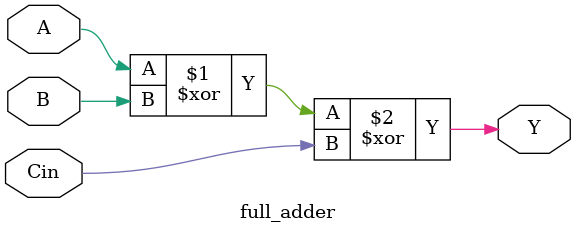
<source format=v>
module full_adder(input wire A,B,Cin, output wire Y);
  assign Y = A^B^Cin;
endmodule

</source>
